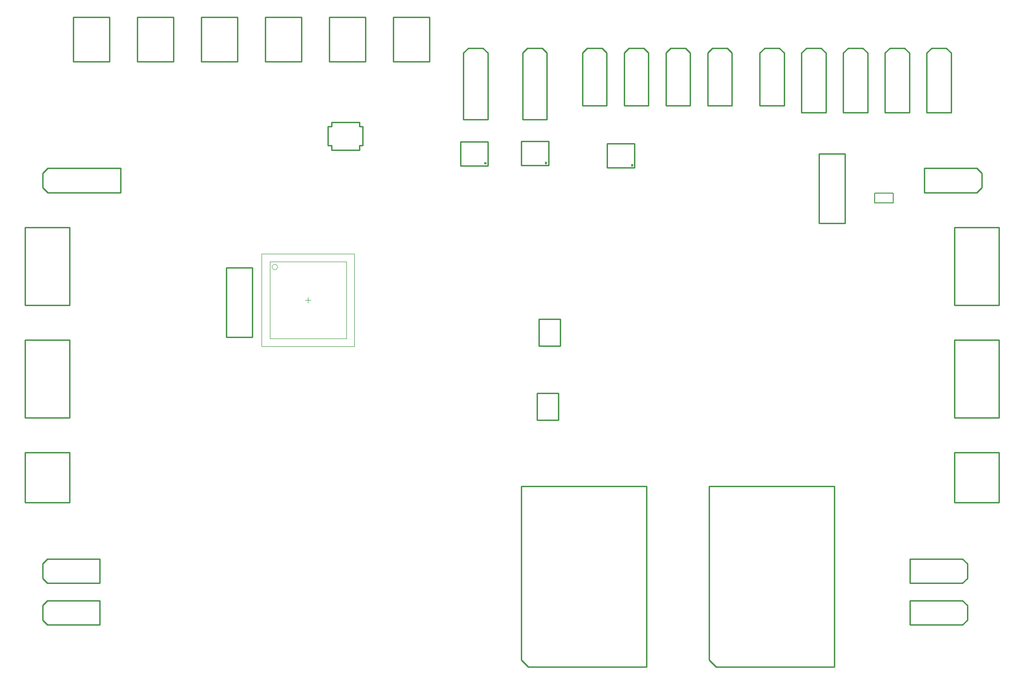
<source format=gm1>
G04 Layer_Color=16711935*
%FSLAX25Y25*%
%MOIN*%
G70*
G01*
G75*
%ADD20C,0.01000*%
%ADD61C,0.00500*%
%ADD97C,0.00394*%
%ADD98C,0.00197*%
D20*
X331196Y369923D02*
X330457Y370349D01*
Y369497D01*
X331196Y369923D01*
X436627Y368491D02*
X435889Y368917D01*
Y368065D01*
X436627Y368491D01*
X374696Y370191D02*
X373957Y370618D01*
Y369765D01*
X374696Y370191D01*
X668000Y161500D02*
X700000D01*
X668000Y125500D02*
Y161500D01*
Y125500D02*
X700000D01*
Y161500D01*
X0Y125500D02*
X32000D01*
Y161500D01*
X0D02*
X32000D01*
X0Y125500D02*
Y161500D01*
X491500Y137200D02*
X581500D01*
Y7200D02*
Y137200D01*
X491500Y12200D02*
X496500Y7200D01*
X491500Y12200D02*
Y137200D01*
X496500Y7200D02*
X581500D01*
X356750Y137200D02*
X446750D01*
Y7200D02*
Y137200D01*
X356750Y12200D02*
X361750Y7200D01*
X356750Y12200D02*
Y137200D01*
X361750Y7200D02*
X446750D01*
X218500Y475000D02*
X244500D01*
Y443000D02*
Y475000D01*
X218500Y443000D02*
X244500D01*
X218500D02*
Y475000D01*
X264500D02*
X290500D01*
Y443000D02*
Y475000D01*
X264500Y443000D02*
X290500D01*
X264500D02*
Y475000D01*
X80500D02*
X106500D01*
Y443000D02*
Y475000D01*
X80500Y443000D02*
X106500D01*
X80500D02*
Y475000D01*
X400500Y449200D02*
X404000Y452700D01*
X400500Y411400D02*
Y449200D01*
Y411400D02*
X418000D01*
Y449200D01*
X414500Y452700D02*
X418000Y449200D01*
X404000Y452700D02*
X414500D01*
X430500Y449200D02*
X434000Y452700D01*
X430500Y411400D02*
Y449200D01*
Y411400D02*
X448000D01*
Y449200D01*
X444500Y452700D02*
X448000Y449200D01*
X434000Y452700D02*
X444500D01*
X460500Y449200D02*
X464000Y452700D01*
X460500Y411400D02*
Y449200D01*
Y411400D02*
X478000D01*
Y449200D01*
X474500Y452700D02*
X478000Y449200D01*
X464000Y452700D02*
X474500D01*
X490500Y449200D02*
X494000Y452700D01*
X490500Y411400D02*
Y449200D01*
Y411400D02*
X508000D01*
Y449200D01*
X504500Y452700D02*
X508000Y449200D01*
X494000Y452700D02*
X504500D01*
X312987Y367954D02*
Y385277D01*
X332672D01*
Y367954D02*
Y385277D01*
X312987Y367954D02*
X332672D01*
X315050Y449200D02*
X318550Y452700D01*
X315050Y401400D02*
Y449200D01*
Y401400D02*
X332550D01*
Y449200D01*
X329050Y452700D02*
X332550Y449200D01*
X318550Y452700D02*
X329050D01*
X34500Y475000D02*
X60500D01*
Y443000D02*
Y475000D01*
X34500Y443000D02*
X60500D01*
X34500D02*
Y475000D01*
X418419Y366523D02*
Y383846D01*
X438104D01*
Y366523D02*
Y383846D01*
X418419Y366523D02*
X438104D01*
X570501Y376499D02*
X589399D01*
Y326499D02*
Y376499D01*
X570501Y326499D02*
X589399D01*
X570501D02*
Y376499D01*
X684000Y366250D02*
X687500Y362750D01*
X646200Y366250D02*
X684000D01*
X646200Y348750D02*
Y366250D01*
Y348750D02*
X684000D01*
X687500Y352250D01*
Y362750D01*
X369154Y257515D02*
X384508D01*
X369154Y238224D02*
Y257515D01*
Y238224D02*
X384508D01*
Y257515D01*
X368040Y204165D02*
X383395D01*
X368040Y184874D02*
Y204165D01*
Y184874D02*
X383395D01*
Y204165D01*
X356487Y368223D02*
Y385546D01*
X376172D01*
Y368223D02*
Y385546D01*
X356487Y368223D02*
X376172D01*
X357550Y449200D02*
X361050Y452700D01*
X357550Y401400D02*
Y449200D01*
Y401400D02*
X375050D01*
Y449200D01*
X371550Y452700D02*
X375050Y449200D01*
X361050Y452700D02*
X371550D01*
X12500Y71000D02*
X16000Y67500D01*
X53800D01*
Y85000D01*
X16000D02*
X53800D01*
X12500Y81500D02*
X16000Y85000D01*
X12500Y71000D02*
Y81500D01*
Y41000D02*
X16000Y37500D01*
X53800D01*
Y55000D01*
X16000D02*
X53800D01*
X12500Y51500D02*
X16000Y55000D01*
X12500Y41000D02*
Y51500D01*
X673800Y85000D02*
X677300Y81500D01*
X636000Y85000D02*
X673800D01*
X636000Y67500D02*
Y85000D01*
Y67500D02*
X673800D01*
X677300Y71000D01*
Y81500D01*
X673800Y55000D02*
X677300Y51500D01*
X636000Y55000D02*
X673800D01*
X636000Y37500D02*
Y55000D01*
Y37500D02*
X673800D01*
X677300Y41000D01*
Y51500D01*
X558000Y449200D02*
X561500Y452700D01*
X558000Y406400D02*
Y449200D01*
Y406400D02*
X575500D01*
Y449200D01*
X572000Y452700D02*
X575500Y449200D01*
X561500Y452700D02*
X572000D01*
X588000Y449200D02*
X591500Y452700D01*
X588000Y406400D02*
Y449200D01*
Y406400D02*
X605500D01*
Y449200D01*
X602000Y452700D02*
X605500Y449200D01*
X591500Y452700D02*
X602000D01*
X618000Y449200D02*
X621500Y452700D01*
X618000Y406400D02*
Y449200D01*
Y406400D02*
X635500D01*
Y449200D01*
X632000Y452700D02*
X635500Y449200D01*
X621500Y452700D02*
X632000D01*
X648000Y449200D02*
X651500Y452700D01*
X648000Y406400D02*
Y449200D01*
Y406400D02*
X665500D01*
Y449200D01*
X662000Y452700D02*
X665500Y449200D01*
X651500Y452700D02*
X662000D01*
X242650Y382650D02*
Y396150D01*
X240150D02*
X242650D01*
X240150D02*
Y399400D01*
X220150D02*
X240150D01*
X220150Y396150D02*
Y399400D01*
X217650Y396150D02*
X220150D01*
X217650Y382650D02*
Y396150D01*
Y382650D02*
X220150D01*
Y379400D02*
Y382650D01*
Y379400D02*
X240150D01*
Y382650D01*
X242650D01*
X0Y323500D02*
X32000D01*
X0Y267500D02*
X32000D01*
Y323500D01*
X0Y267500D02*
Y323400D01*
Y186500D02*
Y242500D01*
X32000D01*
Y186500D02*
Y242500D01*
X0Y186500D02*
X32000D01*
X668000Y267500D02*
X700000D01*
X668000Y323500D02*
X700000D01*
X668000Y267500D02*
Y323500D01*
X700000Y267600D02*
Y323500D01*
Y186500D02*
Y242500D01*
X668000Y186500D02*
X700000D01*
X668000D02*
Y242500D01*
X700000D01*
X12700Y352250D02*
Y362750D01*
X16200Y366250D01*
X68800D01*
Y348750D02*
Y366250D01*
X16200Y348750D02*
X68800D01*
X12700Y352250D02*
X16200Y348750D01*
X144551Y244799D02*
X163449D01*
X144551D02*
Y294799D01*
X163449D01*
Y244799D02*
Y294799D01*
X528000Y449200D02*
X531500Y452700D01*
X528000Y411400D02*
Y449200D01*
Y411400D02*
X545500D01*
Y449200D01*
X542000Y452700D02*
X545500Y449200D01*
X531500Y452700D02*
X542000D01*
X126500Y475000D02*
X152500D01*
Y443000D02*
Y475000D01*
X126500Y443000D02*
X152500D01*
X126500D02*
Y475000D01*
X172500D02*
X198500D01*
Y443000D02*
Y475000D01*
X172500Y443000D02*
X198500D01*
X172500D02*
Y475000D01*
D61*
X624010Y341390D02*
Y348477D01*
X610624Y341390D02*
Y348477D01*
Y341390D02*
X624010D01*
X610624Y348477D02*
X624010D01*
D97*
X181353Y295316D02*
X181089Y296300D01*
X180368Y297021D01*
X179384Y297284D01*
X178400Y297021D01*
X177680Y296300D01*
X177416Y295316D01*
X177680Y294332D01*
X178400Y293611D01*
X179384Y293347D01*
X180368Y293611D01*
X181089Y294332D01*
X181353Y295316D01*
X203400Y269332D02*
Y273269D01*
X201431Y271300D02*
X205368D01*
X175841Y243741D02*
X230959D01*
X175841Y298859D02*
X230959D01*
Y243741D02*
Y298859D01*
X175841Y243741D02*
Y298859D01*
D98*
X170132Y238032D02*
X236668D01*
X170132Y304568D02*
X236668D01*
Y238032D02*
Y304568D01*
X170132Y238032D02*
Y304568D01*
M02*

</source>
